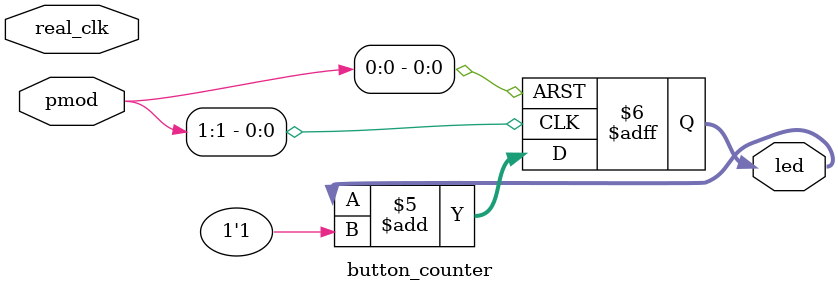
<source format=v>

module button_counter (

    // Inputs
    input       [1:0]   pmod,
    input               real_clk,

    // Output
    output reg  [3:0]   led
);

    wire rst;
    wire clk;

    // Reset is the inverse of the first button
    assign rst = ~pmod[0];

    // Clock signal is the inverse of second button
    assign clk = ~pmod[1];

    // Count up on click rising edge or reset on button push
    always @ (posedge clk or posedge rst) begin // or negedge
        if (rst == 1'b1) begin
            led <= 4'b0;
        end else begin
            led <= led + 1'b1;
        end
    end

endmodule

</source>
